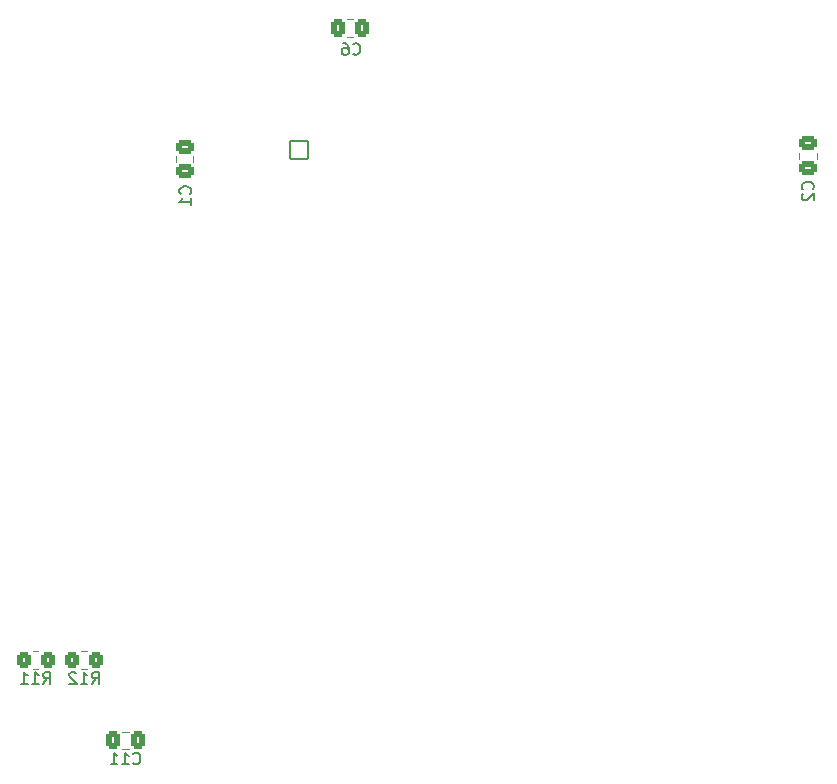
<source format=gbo>
G04 #@! TF.GenerationSoftware,KiCad,Pcbnew,(7.0.0)*
G04 #@! TF.CreationDate,2023-09-27T17:19:24+02:00*
G04 #@! TF.ProjectId,Rover_1,526f7665-725f-4312-9e6b-696361645f70,rev?*
G04 #@! TF.SameCoordinates,Original*
G04 #@! TF.FileFunction,Legend,Bot*
G04 #@! TF.FilePolarity,Positive*
%FSLAX46Y46*%
G04 Gerber Fmt 4.6, Leading zero omitted, Abs format (unit mm)*
G04 Created by KiCad (PCBNEW (7.0.0)) date 2023-09-27 17:19:24*
%MOMM*%
%LPD*%
G01*
G04 APERTURE LIST*
G04 Aperture macros list*
%AMRoundRect*
0 Rectangle with rounded corners*
0 $1 Rounding radius*
0 $2 $3 $4 $5 $6 $7 $8 $9 X,Y pos of 4 corners*
0 Add a 4 corners polygon primitive as box body*
4,1,4,$2,$3,$4,$5,$6,$7,$8,$9,$2,$3,0*
0 Add four circle primitives for the rounded corners*
1,1,$1+$1,$2,$3*
1,1,$1+$1,$4,$5*
1,1,$1+$1,$6,$7*
1,1,$1+$1,$8,$9*
0 Add four rect primitives between the rounded corners*
20,1,$1+$1,$2,$3,$4,$5,0*
20,1,$1+$1,$4,$5,$6,$7,0*
20,1,$1+$1,$6,$7,$8,$9,0*
20,1,$1+$1,$8,$9,$2,$3,0*%
G04 Aperture macros list end*
%ADD10C,0.150000*%
%ADD11C,0.120000*%
%ADD12R,1.700000X1.700000*%
%ADD13O,1.700000X1.700000*%
%ADD14R,1.600000X1.600000*%
%ADD15C,1.600000*%
%ADD16R,3.960000X1.980000*%
%ADD17O,3.960000X1.980000*%
%ADD18C,3.200000*%
%ADD19C,1.676400*%
%ADD20RoundRect,0.102000X-0.765000X-0.765000X0.765000X-0.765000X0.765000X0.765000X-0.765000X0.765000X0*%
%ADD21C,1.734000*%
%ADD22O,1.600000X1.600000*%
%ADD23C,4.050000*%
%ADD24C,2.700000*%
%ADD25RoundRect,0.250000X-0.350000X-0.450000X0.350000X-0.450000X0.350000X0.450000X-0.350000X0.450000X0*%
%ADD26RoundRect,0.250000X-0.337500X-0.475000X0.337500X-0.475000X0.337500X0.475000X-0.337500X0.475000X0*%
%ADD27RoundRect,0.250000X0.475000X-0.337500X0.475000X0.337500X-0.475000X0.337500X-0.475000X-0.337500X0*%
%ADD28RoundRect,0.250000X0.337500X0.475000X-0.337500X0.475000X-0.337500X-0.475000X0.337500X-0.475000X0*%
G04 APERTURE END LIST*
D10*
X110642857Y-135817380D02*
X110976190Y-135341190D01*
X111214285Y-135817380D02*
X111214285Y-134817380D01*
X111214285Y-134817380D02*
X110833333Y-134817380D01*
X110833333Y-134817380D02*
X110738095Y-134865000D01*
X110738095Y-134865000D02*
X110690476Y-134912619D01*
X110690476Y-134912619D02*
X110642857Y-135007857D01*
X110642857Y-135007857D02*
X110642857Y-135150714D01*
X110642857Y-135150714D02*
X110690476Y-135245952D01*
X110690476Y-135245952D02*
X110738095Y-135293571D01*
X110738095Y-135293571D02*
X110833333Y-135341190D01*
X110833333Y-135341190D02*
X111214285Y-135341190D01*
X109690476Y-135817380D02*
X110261904Y-135817380D01*
X109976190Y-135817380D02*
X109976190Y-134817380D01*
X109976190Y-134817380D02*
X110071428Y-134960238D01*
X110071428Y-134960238D02*
X110166666Y-135055476D01*
X110166666Y-135055476D02*
X110261904Y-135103095D01*
X108738095Y-135817380D02*
X109309523Y-135817380D01*
X109023809Y-135817380D02*
X109023809Y-134817380D01*
X109023809Y-134817380D02*
X109119047Y-134960238D01*
X109119047Y-134960238D02*
X109214285Y-135055476D01*
X109214285Y-135055476D02*
X109309523Y-135103095D01*
X118242857Y-142552142D02*
X118290476Y-142599761D01*
X118290476Y-142599761D02*
X118433333Y-142647380D01*
X118433333Y-142647380D02*
X118528571Y-142647380D01*
X118528571Y-142647380D02*
X118671428Y-142599761D01*
X118671428Y-142599761D02*
X118766666Y-142504523D01*
X118766666Y-142504523D02*
X118814285Y-142409285D01*
X118814285Y-142409285D02*
X118861904Y-142218809D01*
X118861904Y-142218809D02*
X118861904Y-142075952D01*
X118861904Y-142075952D02*
X118814285Y-141885476D01*
X118814285Y-141885476D02*
X118766666Y-141790238D01*
X118766666Y-141790238D02*
X118671428Y-141695000D01*
X118671428Y-141695000D02*
X118528571Y-141647380D01*
X118528571Y-141647380D02*
X118433333Y-141647380D01*
X118433333Y-141647380D02*
X118290476Y-141695000D01*
X118290476Y-141695000D02*
X118242857Y-141742619D01*
X117290476Y-142647380D02*
X117861904Y-142647380D01*
X117576190Y-142647380D02*
X117576190Y-141647380D01*
X117576190Y-141647380D02*
X117671428Y-141790238D01*
X117671428Y-141790238D02*
X117766666Y-141885476D01*
X117766666Y-141885476D02*
X117861904Y-141933095D01*
X116338095Y-142647380D02*
X116909523Y-142647380D01*
X116623809Y-142647380D02*
X116623809Y-141647380D01*
X116623809Y-141647380D02*
X116719047Y-141790238D01*
X116719047Y-141790238D02*
X116814285Y-141885476D01*
X116814285Y-141885476D02*
X116909523Y-141933095D01*
X175772142Y-93933333D02*
X175819761Y-93885714D01*
X175819761Y-93885714D02*
X175867380Y-93742857D01*
X175867380Y-93742857D02*
X175867380Y-93647619D01*
X175867380Y-93647619D02*
X175819761Y-93504762D01*
X175819761Y-93504762D02*
X175724523Y-93409524D01*
X175724523Y-93409524D02*
X175629285Y-93361905D01*
X175629285Y-93361905D02*
X175438809Y-93314286D01*
X175438809Y-93314286D02*
X175295952Y-93314286D01*
X175295952Y-93314286D02*
X175105476Y-93361905D01*
X175105476Y-93361905D02*
X175010238Y-93409524D01*
X175010238Y-93409524D02*
X174915000Y-93504762D01*
X174915000Y-93504762D02*
X174867380Y-93647619D01*
X174867380Y-93647619D02*
X174867380Y-93742857D01*
X174867380Y-93742857D02*
X174915000Y-93885714D01*
X174915000Y-93885714D02*
X174962619Y-93933333D01*
X174962619Y-94314286D02*
X174915000Y-94361905D01*
X174915000Y-94361905D02*
X174867380Y-94457143D01*
X174867380Y-94457143D02*
X174867380Y-94695238D01*
X174867380Y-94695238D02*
X174915000Y-94790476D01*
X174915000Y-94790476D02*
X174962619Y-94838095D01*
X174962619Y-94838095D02*
X175057857Y-94885714D01*
X175057857Y-94885714D02*
X175153095Y-94885714D01*
X175153095Y-94885714D02*
X175295952Y-94838095D01*
X175295952Y-94838095D02*
X175867380Y-94266667D01*
X175867380Y-94266667D02*
X175867380Y-94885714D01*
X123072142Y-94333333D02*
X123119761Y-94285714D01*
X123119761Y-94285714D02*
X123167380Y-94142857D01*
X123167380Y-94142857D02*
X123167380Y-94047619D01*
X123167380Y-94047619D02*
X123119761Y-93904762D01*
X123119761Y-93904762D02*
X123024523Y-93809524D01*
X123024523Y-93809524D02*
X122929285Y-93761905D01*
X122929285Y-93761905D02*
X122738809Y-93714286D01*
X122738809Y-93714286D02*
X122595952Y-93714286D01*
X122595952Y-93714286D02*
X122405476Y-93761905D01*
X122405476Y-93761905D02*
X122310238Y-93809524D01*
X122310238Y-93809524D02*
X122215000Y-93904762D01*
X122215000Y-93904762D02*
X122167380Y-94047619D01*
X122167380Y-94047619D02*
X122167380Y-94142857D01*
X122167380Y-94142857D02*
X122215000Y-94285714D01*
X122215000Y-94285714D02*
X122262619Y-94333333D01*
X123167380Y-95285714D02*
X123167380Y-94714286D01*
X123167380Y-95000000D02*
X122167380Y-95000000D01*
X122167380Y-95000000D02*
X122310238Y-94904762D01*
X122310238Y-94904762D02*
X122405476Y-94809524D01*
X122405476Y-94809524D02*
X122453095Y-94714286D01*
X114742857Y-135817380D02*
X115076190Y-135341190D01*
X115314285Y-135817380D02*
X115314285Y-134817380D01*
X115314285Y-134817380D02*
X114933333Y-134817380D01*
X114933333Y-134817380D02*
X114838095Y-134865000D01*
X114838095Y-134865000D02*
X114790476Y-134912619D01*
X114790476Y-134912619D02*
X114742857Y-135007857D01*
X114742857Y-135007857D02*
X114742857Y-135150714D01*
X114742857Y-135150714D02*
X114790476Y-135245952D01*
X114790476Y-135245952D02*
X114838095Y-135293571D01*
X114838095Y-135293571D02*
X114933333Y-135341190D01*
X114933333Y-135341190D02*
X115314285Y-135341190D01*
X113790476Y-135817380D02*
X114361904Y-135817380D01*
X114076190Y-135817380D02*
X114076190Y-134817380D01*
X114076190Y-134817380D02*
X114171428Y-134960238D01*
X114171428Y-134960238D02*
X114266666Y-135055476D01*
X114266666Y-135055476D02*
X114361904Y-135103095D01*
X113409523Y-134912619D02*
X113361904Y-134865000D01*
X113361904Y-134865000D02*
X113266666Y-134817380D01*
X113266666Y-134817380D02*
X113028571Y-134817380D01*
X113028571Y-134817380D02*
X112933333Y-134865000D01*
X112933333Y-134865000D02*
X112885714Y-134912619D01*
X112885714Y-134912619D02*
X112838095Y-135007857D01*
X112838095Y-135007857D02*
X112838095Y-135103095D01*
X112838095Y-135103095D02*
X112885714Y-135245952D01*
X112885714Y-135245952D02*
X113457142Y-135817380D01*
X113457142Y-135817380D02*
X112838095Y-135817380D01*
X136866666Y-82472142D02*
X136914285Y-82519761D01*
X136914285Y-82519761D02*
X137057142Y-82567380D01*
X137057142Y-82567380D02*
X137152380Y-82567380D01*
X137152380Y-82567380D02*
X137295237Y-82519761D01*
X137295237Y-82519761D02*
X137390475Y-82424523D01*
X137390475Y-82424523D02*
X137438094Y-82329285D01*
X137438094Y-82329285D02*
X137485713Y-82138809D01*
X137485713Y-82138809D02*
X137485713Y-81995952D01*
X137485713Y-81995952D02*
X137438094Y-81805476D01*
X137438094Y-81805476D02*
X137390475Y-81710238D01*
X137390475Y-81710238D02*
X137295237Y-81615000D01*
X137295237Y-81615000D02*
X137152380Y-81567380D01*
X137152380Y-81567380D02*
X137057142Y-81567380D01*
X137057142Y-81567380D02*
X136914285Y-81615000D01*
X136914285Y-81615000D02*
X136866666Y-81662619D01*
X136009523Y-81567380D02*
X136199999Y-81567380D01*
X136199999Y-81567380D02*
X136295237Y-81615000D01*
X136295237Y-81615000D02*
X136342856Y-81662619D01*
X136342856Y-81662619D02*
X136438094Y-81805476D01*
X136438094Y-81805476D02*
X136485713Y-81995952D01*
X136485713Y-81995952D02*
X136485713Y-82376904D01*
X136485713Y-82376904D02*
X136438094Y-82472142D01*
X136438094Y-82472142D02*
X136390475Y-82519761D01*
X136390475Y-82519761D02*
X136295237Y-82567380D01*
X136295237Y-82567380D02*
X136104761Y-82567380D01*
X136104761Y-82567380D02*
X136009523Y-82519761D01*
X136009523Y-82519761D02*
X135961904Y-82472142D01*
X135961904Y-82472142D02*
X135914285Y-82376904D01*
X135914285Y-82376904D02*
X135914285Y-82138809D01*
X135914285Y-82138809D02*
X135961904Y-82043571D01*
X135961904Y-82043571D02*
X136009523Y-81995952D01*
X136009523Y-81995952D02*
X136104761Y-81948333D01*
X136104761Y-81948333D02*
X136295237Y-81948333D01*
X136295237Y-81948333D02*
X136390475Y-81995952D01*
X136390475Y-81995952D02*
X136438094Y-82043571D01*
X136438094Y-82043571D02*
X136485713Y-82138809D01*
D11*
X109772936Y-133065000D02*
X110227064Y-133065000D01*
X109772936Y-134535000D02*
X110227064Y-134535000D01*
X117338748Y-139865000D02*
X117861252Y-139865000D01*
X117338748Y-141335000D02*
X117861252Y-141335000D01*
X174665000Y-91361252D02*
X174665000Y-90838748D01*
X176135000Y-91361252D02*
X176135000Y-90838748D01*
X121865000Y-91661252D02*
X121865000Y-91138748D01*
X123335000Y-91661252D02*
X123335000Y-91138748D01*
X113872936Y-133065000D02*
X114327064Y-133065000D01*
X113872936Y-134535000D02*
X114327064Y-134535000D01*
X136861252Y-81035000D02*
X136338748Y-81035000D01*
X136861252Y-79565000D02*
X136338748Y-79565000D01*
%LPC*%
D12*
X167399999Y-130504999D03*
D13*
X167399999Y-133044999D03*
X167399999Y-135584999D03*
D14*
X103699999Y-130582378D03*
D15*
X103700000Y-128082379D03*
D16*
X170499999Y-73894999D03*
D17*
X170499999Y-78894999D03*
D18*
X190000000Y-100000000D03*
D14*
X137299999Y-78299999D03*
D15*
X134800000Y-78300000D03*
D19*
X123000000Y-133756000D03*
X123000000Y-131216000D03*
X123000000Y-128676000D03*
D18*
X100000000Y-100000000D03*
D12*
X179999999Y-130504999D03*
D13*
X179999999Y-133044999D03*
X179999999Y-135584999D03*
D16*
X103499999Y-112864999D03*
D17*
X103499999Y-107864999D03*
D12*
X167499999Y-117739999D03*
D13*
X167499999Y-115199999D03*
X167499999Y-112659999D03*
X167499999Y-110119999D03*
D20*
X132300000Y-90650000D03*
D21*
X132300000Y-93190000D03*
X132300000Y-95730000D03*
X132300000Y-98270000D03*
X132300000Y-100810000D03*
X132300000Y-103350000D03*
X132300000Y-105890000D03*
X132300000Y-108430000D03*
X132300000Y-110970000D03*
X132300000Y-113510000D03*
X132300000Y-116050000D03*
X132300000Y-118590000D03*
X132300000Y-121130000D03*
X132300000Y-123670000D03*
X132300000Y-126210000D03*
X132300000Y-128750000D03*
X132300000Y-131290000D03*
X132300000Y-133830000D03*
X132300000Y-136370000D03*
X157700000Y-136370000D03*
X157700000Y-133830000D03*
X157700000Y-131290000D03*
X157700000Y-128750000D03*
X157700000Y-126210000D03*
X157700000Y-123670000D03*
X157700000Y-121130000D03*
X157700000Y-118590000D03*
X157700000Y-116050000D03*
X157700000Y-113510000D03*
X157700000Y-110970000D03*
X157700000Y-108430000D03*
X157700000Y-105890000D03*
X157700000Y-103350000D03*
X157700000Y-100810000D03*
X157700000Y-98270000D03*
X157700000Y-95730000D03*
X157700000Y-93190000D03*
X157700000Y-90650000D03*
D16*
X119499999Y-78894999D03*
D17*
X119499999Y-73894999D03*
D18*
X130000000Y-155000000D03*
D14*
X141199999Y-62424999D03*
D22*
X141199999Y-64964999D03*
X141199999Y-67504999D03*
X141199999Y-70044999D03*
X141199999Y-72584999D03*
X141199999Y-75124999D03*
X141199999Y-77664999D03*
X141199999Y-80204999D03*
X148819999Y-80204999D03*
X148819999Y-77664999D03*
X148819999Y-75124999D03*
X148819999Y-72584999D03*
X148819999Y-70044999D03*
X148819999Y-67504999D03*
X148819999Y-64964999D03*
X148819999Y-62424999D03*
D12*
X179799999Y-107579999D03*
D13*
X179799999Y-110119999D03*
X179799999Y-112659999D03*
X179799999Y-115199999D03*
X179799999Y-117739999D03*
D14*
X103699999Y-137782378D03*
D15*
X103700000Y-135282379D03*
D12*
X155859999Y-63919999D03*
D13*
X158399999Y-63919999D03*
X155859999Y-66459999D03*
X158399999Y-66459999D03*
X155859999Y-68999999D03*
X158399999Y-68999999D03*
D14*
X130799999Y-147499999D03*
D15*
X130800000Y-145000000D03*
D23*
X148600000Y-148300000D03*
X141400000Y-148300000D03*
D24*
X138250000Y-154300000D03*
X151750000Y-154300000D03*
D18*
X160000000Y-155000000D03*
D25*
X109000000Y-133800000D03*
X111000000Y-133800000D03*
D26*
X116562500Y-140600000D03*
X118637500Y-140600000D03*
D27*
X175400000Y-92137500D03*
X175400000Y-90062500D03*
X122600000Y-92437500D03*
X122600000Y-90362500D03*
D25*
X113100000Y-133800000D03*
X115100000Y-133800000D03*
D28*
X137637500Y-80300000D03*
X135562500Y-80300000D03*
M02*

</source>
